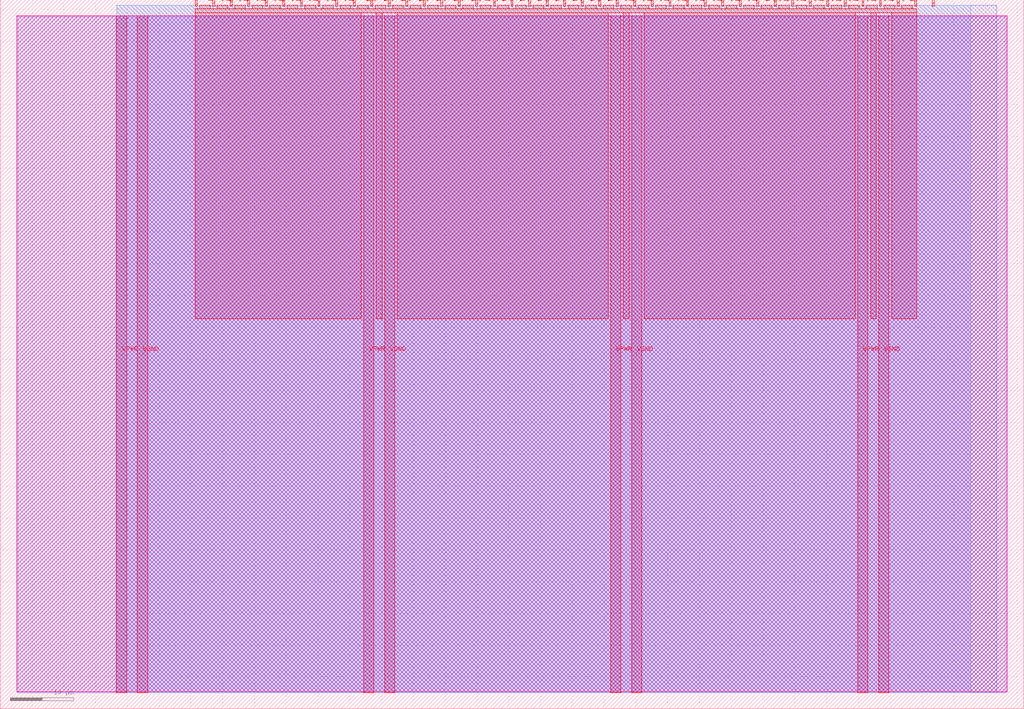
<source format=lef>
VERSION 5.7 ;
  NOWIREEXTENSIONATPIN ON ;
  DIVIDERCHAR "/" ;
  BUSBITCHARS "[]" ;
MACRO tt_um_chrimenz_tinyturing
  CLASS BLOCK ;
  FOREIGN tt_um_chrimenz_tinyturing ;
  ORIGIN 0.000 0.000 ;
  SIZE 161.000 BY 111.520 ;
  PIN VGND
    DIRECTION INOUT ;
    USE GROUND ;
    PORT
      LAYER met4 ;
        RECT 21.580 2.480 23.180 109.040 ;
    END
    PORT
      LAYER met4 ;
        RECT 60.450 2.480 62.050 109.040 ;
    END
    PORT
      LAYER met4 ;
        RECT 99.320 2.480 100.920 109.040 ;
    END
    PORT
      LAYER met4 ;
        RECT 138.190 2.480 139.790 109.040 ;
    END
  END VGND
  PIN VPWR
    DIRECTION INOUT ;
    USE POWER ;
    PORT
      LAYER met4 ;
        RECT 18.280 2.480 19.880 109.040 ;
    END
    PORT
      LAYER met4 ;
        RECT 57.150 2.480 58.750 109.040 ;
    END
    PORT
      LAYER met4 ;
        RECT 96.020 2.480 97.620 109.040 ;
    END
    PORT
      LAYER met4 ;
        RECT 134.890 2.480 136.490 109.040 ;
    END
  END VPWR
  PIN clk
    DIRECTION INPUT ;
    USE SIGNAL ;
    ANTENNAGATEAREA 0.852000 ;
    PORT
      LAYER met4 ;
        RECT 143.830 110.520 144.130 111.520 ;
    END
  END clk
  PIN ena
    DIRECTION INPUT ;
    USE SIGNAL ;
    PORT
      LAYER met4 ;
        RECT 146.590 110.520 146.890 111.520 ;
    END
  END ena
  PIN rst_n
    DIRECTION INPUT ;
    USE SIGNAL ;
    ANTENNAGATEAREA 0.196500 ;
    PORT
      LAYER met4 ;
        RECT 141.070 110.520 141.370 111.520 ;
    END
  END rst_n
  PIN ui_in[0]
    DIRECTION INPUT ;
    USE SIGNAL ;
    ANTENNAGATEAREA 0.126000 ;
    PORT
      LAYER met4 ;
        RECT 138.310 110.520 138.610 111.520 ;
    END
  END ui_in[0]
  PIN ui_in[1]
    DIRECTION INPUT ;
    USE SIGNAL ;
    ANTENNAGATEAREA 0.159000 ;
    PORT
      LAYER met4 ;
        RECT 135.550 110.520 135.850 111.520 ;
    END
  END ui_in[1]
  PIN ui_in[2]
    DIRECTION INPUT ;
    USE SIGNAL ;
    ANTENNAGATEAREA 0.196500 ;
    PORT
      LAYER met4 ;
        RECT 132.790 110.520 133.090 111.520 ;
    END
  END ui_in[2]
  PIN ui_in[3]
    DIRECTION INPUT ;
    USE SIGNAL ;
    ANTENNAGATEAREA 0.196500 ;
    PORT
      LAYER met4 ;
        RECT 130.030 110.520 130.330 111.520 ;
    END
  END ui_in[3]
  PIN ui_in[4]
    DIRECTION INPUT ;
    USE SIGNAL ;
    ANTENNAGATEAREA 0.196500 ;
    PORT
      LAYER met4 ;
        RECT 127.270 110.520 127.570 111.520 ;
    END
  END ui_in[4]
  PIN ui_in[5]
    DIRECTION INPUT ;
    USE SIGNAL ;
    ANTENNAGATEAREA 0.213000 ;
    PORT
      LAYER met4 ;
        RECT 124.510 110.520 124.810 111.520 ;
    END
  END ui_in[5]
  PIN ui_in[6]
    DIRECTION INPUT ;
    USE SIGNAL ;
    ANTENNAGATEAREA 0.196500 ;
    PORT
      LAYER met4 ;
        RECT 121.750 110.520 122.050 111.520 ;
    END
  END ui_in[6]
  PIN ui_in[7]
    DIRECTION INPUT ;
    USE SIGNAL ;
    ANTENNAGATEAREA 0.196500 ;
    PORT
      LAYER met4 ;
        RECT 118.990 110.520 119.290 111.520 ;
    END
  END ui_in[7]
  PIN uio_in[0]
    DIRECTION INPUT ;
    USE SIGNAL ;
    PORT
      LAYER met4 ;
        RECT 116.230 110.520 116.530 111.520 ;
    END
  END uio_in[0]
  PIN uio_in[1]
    DIRECTION INPUT ;
    USE SIGNAL ;
    PORT
      LAYER met4 ;
        RECT 113.470 110.520 113.770 111.520 ;
    END
  END uio_in[1]
  PIN uio_in[2]
    DIRECTION INPUT ;
    USE SIGNAL ;
    PORT
      LAYER met4 ;
        RECT 110.710 110.520 111.010 111.520 ;
    END
  END uio_in[2]
  PIN uio_in[3]
    DIRECTION INPUT ;
    USE SIGNAL ;
    PORT
      LAYER met4 ;
        RECT 107.950 110.520 108.250 111.520 ;
    END
  END uio_in[3]
  PIN uio_in[4]
    DIRECTION INPUT ;
    USE SIGNAL ;
    PORT
      LAYER met4 ;
        RECT 105.190 110.520 105.490 111.520 ;
    END
  END uio_in[4]
  PIN uio_in[5]
    DIRECTION INPUT ;
    USE SIGNAL ;
    PORT
      LAYER met4 ;
        RECT 102.430 110.520 102.730 111.520 ;
    END
  END uio_in[5]
  PIN uio_in[6]
    DIRECTION INPUT ;
    USE SIGNAL ;
    PORT
      LAYER met4 ;
        RECT 99.670 110.520 99.970 111.520 ;
    END
  END uio_in[6]
  PIN uio_in[7]
    DIRECTION INPUT ;
    USE SIGNAL ;
    PORT
      LAYER met4 ;
        RECT 96.910 110.520 97.210 111.520 ;
    END
  END uio_in[7]
  PIN uio_oe[0]
    DIRECTION OUTPUT ;
    USE SIGNAL ;
    PORT
      LAYER met4 ;
        RECT 49.990 110.520 50.290 111.520 ;
    END
  END uio_oe[0]
  PIN uio_oe[1]
    DIRECTION OUTPUT ;
    USE SIGNAL ;
    PORT
      LAYER met4 ;
        RECT 47.230 110.520 47.530 111.520 ;
    END
  END uio_oe[1]
  PIN uio_oe[2]
    DIRECTION OUTPUT ;
    USE SIGNAL ;
    PORT
      LAYER met4 ;
        RECT 44.470 110.520 44.770 111.520 ;
    END
  END uio_oe[2]
  PIN uio_oe[3]
    DIRECTION OUTPUT ;
    USE SIGNAL ;
    PORT
      LAYER met4 ;
        RECT 41.710 110.520 42.010 111.520 ;
    END
  END uio_oe[3]
  PIN uio_oe[4]
    DIRECTION OUTPUT ;
    USE SIGNAL ;
    PORT
      LAYER met4 ;
        RECT 38.950 110.520 39.250 111.520 ;
    END
  END uio_oe[4]
  PIN uio_oe[5]
    DIRECTION OUTPUT ;
    USE SIGNAL ;
    PORT
      LAYER met4 ;
        RECT 36.190 110.520 36.490 111.520 ;
    END
  END uio_oe[5]
  PIN uio_oe[6]
    DIRECTION OUTPUT ;
    USE SIGNAL ;
    PORT
      LAYER met4 ;
        RECT 33.430 110.520 33.730 111.520 ;
    END
  END uio_oe[6]
  PIN uio_oe[7]
    DIRECTION OUTPUT ;
    USE SIGNAL ;
    PORT
      LAYER met4 ;
        RECT 30.670 110.520 30.970 111.520 ;
    END
  END uio_oe[7]
  PIN uio_out[0]
    DIRECTION OUTPUT ;
    USE SIGNAL ;
    ANTENNADIFFAREA 0.891000 ;
    PORT
      LAYER met4 ;
        RECT 72.070 110.520 72.370 111.520 ;
    END
  END uio_out[0]
  PIN uio_out[1]
    DIRECTION OUTPUT ;
    USE SIGNAL ;
    ANTENNADIFFAREA 0.891000 ;
    PORT
      LAYER met4 ;
        RECT 69.310 110.520 69.610 111.520 ;
    END
  END uio_out[1]
  PIN uio_out[2]
    DIRECTION OUTPUT ;
    USE SIGNAL ;
    ANTENNADIFFAREA 0.891000 ;
    PORT
      LAYER met4 ;
        RECT 66.550 110.520 66.850 111.520 ;
    END
  END uio_out[2]
  PIN uio_out[3]
    DIRECTION OUTPUT ;
    USE SIGNAL ;
    ANTENNADIFFAREA 0.891000 ;
    PORT
      LAYER met4 ;
        RECT 63.790 110.520 64.090 111.520 ;
    END
  END uio_out[3]
  PIN uio_out[4]
    DIRECTION OUTPUT ;
    USE SIGNAL ;
    ANTENNADIFFAREA 0.891000 ;
    PORT
      LAYER met4 ;
        RECT 61.030 110.520 61.330 111.520 ;
    END
  END uio_out[4]
  PIN uio_out[5]
    DIRECTION OUTPUT ;
    USE SIGNAL ;
    ANTENNADIFFAREA 0.891000 ;
    PORT
      LAYER met4 ;
        RECT 58.270 110.520 58.570 111.520 ;
    END
  END uio_out[5]
  PIN uio_out[6]
    DIRECTION OUTPUT ;
    USE SIGNAL ;
    ANTENNADIFFAREA 0.891000 ;
    PORT
      LAYER met4 ;
        RECT 55.510 110.520 55.810 111.520 ;
    END
  END uio_out[6]
  PIN uio_out[7]
    DIRECTION OUTPUT ;
    USE SIGNAL ;
    ANTENNADIFFAREA 0.891000 ;
    PORT
      LAYER met4 ;
        RECT 52.750 110.520 53.050 111.520 ;
    END
  END uio_out[7]
  PIN uo_out[0]
    DIRECTION OUTPUT ;
    USE SIGNAL ;
    ANTENNADIFFAREA 0.891000 ;
    PORT
      LAYER met4 ;
        RECT 94.150 110.520 94.450 111.520 ;
    END
  END uo_out[0]
  PIN uo_out[1]
    DIRECTION OUTPUT ;
    USE SIGNAL ;
    ANTENNADIFFAREA 0.891000 ;
    PORT
      LAYER met4 ;
        RECT 91.390 110.520 91.690 111.520 ;
    END
  END uo_out[1]
  PIN uo_out[2]
    DIRECTION OUTPUT ;
    USE SIGNAL ;
    ANTENNADIFFAREA 0.891000 ;
    PORT
      LAYER met4 ;
        RECT 88.630 110.520 88.930 111.520 ;
    END
  END uo_out[2]
  PIN uo_out[3]
    DIRECTION OUTPUT ;
    USE SIGNAL ;
    ANTENNADIFFAREA 0.891000 ;
    PORT
      LAYER met4 ;
        RECT 85.870 110.520 86.170 111.520 ;
    END
  END uo_out[3]
  PIN uo_out[4]
    DIRECTION OUTPUT ;
    USE SIGNAL ;
    ANTENNADIFFAREA 0.891000 ;
    PORT
      LAYER met4 ;
        RECT 83.110 110.520 83.410 111.520 ;
    END
  END uo_out[4]
  PIN uo_out[5]
    DIRECTION OUTPUT ;
    USE SIGNAL ;
    ANTENNADIFFAREA 0.891000 ;
    PORT
      LAYER met4 ;
        RECT 80.350 110.520 80.650 111.520 ;
    END
  END uo_out[5]
  PIN uo_out[6]
    DIRECTION OUTPUT ;
    USE SIGNAL ;
    ANTENNADIFFAREA 0.891000 ;
    PORT
      LAYER met4 ;
        RECT 77.590 110.520 77.890 111.520 ;
    END
  END uo_out[6]
  PIN uo_out[7]
    DIRECTION OUTPUT ;
    USE SIGNAL ;
    ANTENNADIFFAREA 0.891000 ;
    PORT
      LAYER met4 ;
        RECT 74.830 110.520 75.130 111.520 ;
    END
  END uo_out[7]
  OBS
      LAYER nwell ;
        RECT 2.570 2.635 158.430 108.990 ;
      LAYER li1 ;
        RECT 2.760 2.635 158.240 108.885 ;
      LAYER met1 ;
        RECT 2.760 2.480 158.240 109.040 ;
      LAYER met2 ;
        RECT 18.310 2.535 156.760 110.685 ;
      LAYER met3 ;
        RECT 18.290 2.555 152.655 110.665 ;
      LAYER met4 ;
        RECT 31.370 110.120 33.030 110.665 ;
        RECT 34.130 110.120 35.790 110.665 ;
        RECT 36.890 110.120 38.550 110.665 ;
        RECT 39.650 110.120 41.310 110.665 ;
        RECT 42.410 110.120 44.070 110.665 ;
        RECT 45.170 110.120 46.830 110.665 ;
        RECT 47.930 110.120 49.590 110.665 ;
        RECT 50.690 110.120 52.350 110.665 ;
        RECT 53.450 110.120 55.110 110.665 ;
        RECT 56.210 110.120 57.870 110.665 ;
        RECT 58.970 110.120 60.630 110.665 ;
        RECT 61.730 110.120 63.390 110.665 ;
        RECT 64.490 110.120 66.150 110.665 ;
        RECT 67.250 110.120 68.910 110.665 ;
        RECT 70.010 110.120 71.670 110.665 ;
        RECT 72.770 110.120 74.430 110.665 ;
        RECT 75.530 110.120 77.190 110.665 ;
        RECT 78.290 110.120 79.950 110.665 ;
        RECT 81.050 110.120 82.710 110.665 ;
        RECT 83.810 110.120 85.470 110.665 ;
        RECT 86.570 110.120 88.230 110.665 ;
        RECT 89.330 110.120 90.990 110.665 ;
        RECT 92.090 110.120 93.750 110.665 ;
        RECT 94.850 110.120 96.510 110.665 ;
        RECT 97.610 110.120 99.270 110.665 ;
        RECT 100.370 110.120 102.030 110.665 ;
        RECT 103.130 110.120 104.790 110.665 ;
        RECT 105.890 110.120 107.550 110.665 ;
        RECT 108.650 110.120 110.310 110.665 ;
        RECT 111.410 110.120 113.070 110.665 ;
        RECT 114.170 110.120 115.830 110.665 ;
        RECT 116.930 110.120 118.590 110.665 ;
        RECT 119.690 110.120 121.350 110.665 ;
        RECT 122.450 110.120 124.110 110.665 ;
        RECT 125.210 110.120 126.870 110.665 ;
        RECT 127.970 110.120 129.630 110.665 ;
        RECT 130.730 110.120 132.390 110.665 ;
        RECT 133.490 110.120 135.150 110.665 ;
        RECT 136.250 110.120 137.910 110.665 ;
        RECT 139.010 110.120 140.670 110.665 ;
        RECT 141.770 110.120 143.430 110.665 ;
        RECT 30.655 109.440 144.145 110.120 ;
        RECT 30.655 61.375 56.750 109.440 ;
        RECT 59.150 61.375 60.050 109.440 ;
        RECT 62.450 61.375 95.620 109.440 ;
        RECT 98.020 61.375 98.920 109.440 ;
        RECT 101.320 61.375 134.490 109.440 ;
        RECT 136.890 61.375 137.790 109.440 ;
        RECT 140.190 61.375 144.145 109.440 ;
  END
END tt_um_chrimenz_tinyturing
END LIBRARY


</source>
